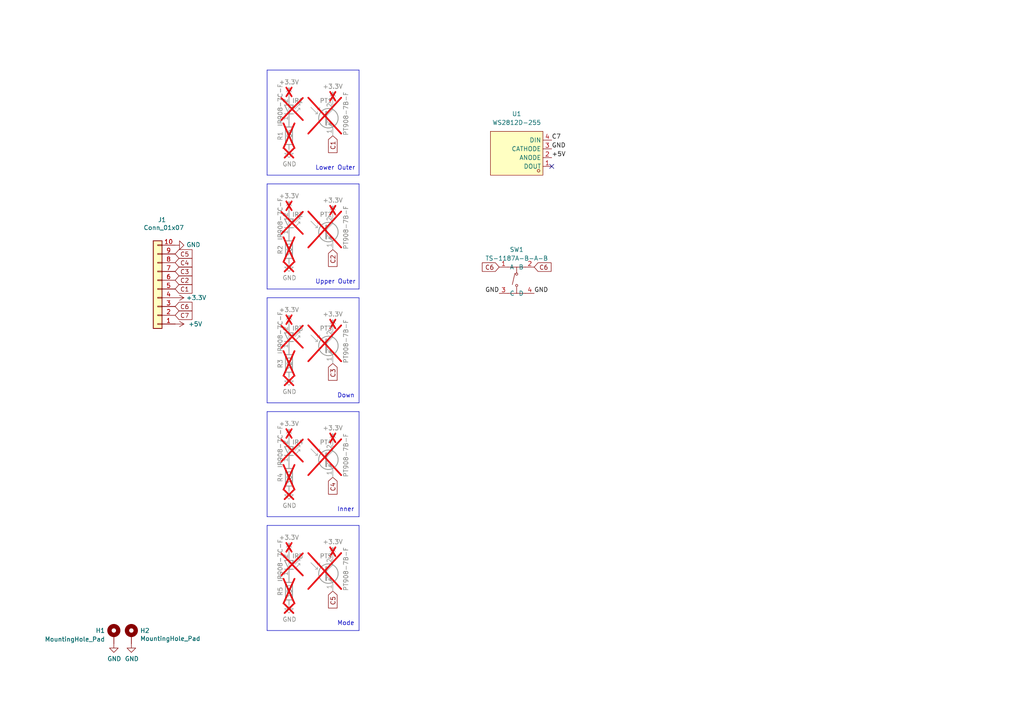
<source format=kicad_sch>
(kicad_sch (version 20250114) (generator "eeschema") (generator_version "9.0")
  (paper "A4")
  (lib_symbols
    (symbol "Connector_Generic:Conn_01x10" (pin_names (offset 1.016) (hide yes))
      (property "Reference" "J" (at 0 12.7 0))
      (property "Value" "Conn_01x10" (at 0 -15.24 0))
      (symbol "Conn_01x10_1_1"
        (rectangle (start -1.27 11.43) (end 1.27 -13.97) (stroke (width 0.254)) (fill (type background)))
        (rectangle (start -1.27 10.287) (end 0 10.033) (stroke (width 0.1524)))
        (rectangle (start -1.27 7.747) (end 0 7.493) (stroke (width 0.1524)))
        (rectangle (start -1.27 5.207) (end 0 4.953) (stroke (width 0.1524)))
        (rectangle (start -1.27 2.667) (end 0 2.413) (stroke (width 0.1524)))
        (rectangle (start -1.27 0.127) (end 0 -0.127) (stroke (width 0.1524)))
        (rectangle (start -1.27 -2.413) (end 0 -2.667) (stroke (width 0.1524)))
        (rectangle (start -1.27 -4.953) (end 0 -5.207) (stroke (width 0.1524)))
        (rectangle (start -1.27 -7.493) (end 0 -7.747) (stroke (width 0.1524)))
        (rectangle (start -1.27 -10.033) (end 0 -10.287) (stroke (width 0.1524)))
        (rectangle (start -1.27 -12.573) (end 0 -12.827) (stroke (width 0.1524)))
        (pin passive line (at -5.08 10.16 0) (length 3.81) (name "Pin_1") (number "1"))
        (pin passive line (at -5.08 7.62 0) (length 3.81) (name "Pin_2") (number "2"))
        (pin passive line (at -5.08 5.08 0) (length 3.81) (name "Pin_3") (number "3"))
        (pin passive line (at -5.08 2.54 0) (length 3.81) (name "Pin_4") (number "4"))
        (pin passive line (at -5.08 0 0) (length 3.81) (name "Pin_5") (number "5"))
        (pin passive line (at -5.08 -2.54 0) (length 3.81) (name "Pin_6") (number "6"))
        (pin passive line (at -5.08 -5.08 0) (length 3.81) (name "Pin_7") (number "7"))
        (pin passive line (at -5.08 -7.62 0) (length 3.81) (name "Pin_8") (number "8"))
        (pin passive line (at -5.08 -10.16 0) (length 3.81) (name "Pin_9") (number "9"))
        (pin passive line (at -5.08 -12.7 0) (length 3.81) (name "Pin_10") (number "10"))
      )
    )
    (symbol "Device:R" (pin_numbers (hide yes)) (pin_names (offset 0))
      (property "Reference" "R" (at 2.032 0 90))
      (property "Value" "R" (at 0 0 90))
      (symbol "R_0_1"
        (rectangle (start -1.016 -2.54) (end 1.016 2.54) (stroke (width 0.254)))
      )
      (symbol "R_1_1"
        (pin passive line (at 0 3.81 270) (length 1.27) (name "~") (number "1"))
        (pin passive line (at 0 -3.81 90) (length 1.27) (name "~") (number "2"))
      )
    )
    (symbol "Mechanical:MountingHole_Pad" (pin_numbers (hide yes)) (pin_names (offset 1.016) (hide yes))
      (property "Reference" "H" (at 0 6.35 0))
      (property "Value" "MountingHole_Pad" (at 0 4.445 0))
      (symbol "MountingHole_Pad_0_1"
        (circle (center 0 1.27) (radius 1.27) (stroke (width 1.27)))
      )
      (symbol "MountingHole_Pad_1_1"
        (pin input line (at 0 -2.54 90) (length 2.54) (name "1") (number "1"))
      )
    )
    (symbol "easyeda2kicad:TS-1187A-B-A-B"
      (property "Reference" "SW" (at 0 7.62 0))
      (property "Value" "TS-1187A-B-A-B" (at 0 -10.16 0))
      (symbol "TS-1187A-B-A-B_0_1"
        (polyline (pts (xy -2.54 2.54) (xy 2.54 2.54)))
        (polyline (pts (xy -2.54 -5.08) (xy 2.54 -5.08)))
        (polyline (pts (xy -0.51 0.76) (xy -1.27 -2.54)))
        (polyline (pts (xy 0 0.76) (xy 0 2.54)))
        (circle (center 0 0.51) (radius 0.32))
        (circle (center 0 -2.79) (radius 0.32))
        (polyline (pts (xy 0 -3.3) (xy 0 -5.08)))
        (pin unspecified line (at -5.08 2.54 0) (length 2.54) (name "A") (number "1"))
        (pin unspecified line (at -5.08 -5.08 0) (length 2.54) (name "C") (number "3"))
        (pin unspecified line (at 5.08 2.54 180) (length 2.54) (name "B") (number "2"))
        (pin unspecified line (at 5.08 -5.08 180) (length 2.54) (name "D") (number "4"))
      )
    )
    (symbol "easyeda2kicad:WS2812D-255"
      (property "Reference" "U" (at 0 8.89 0))
      (property "Value" "WS2812D-255" (at 0 -8.89 0))
      (symbol "WS2812D-255_0_1"
        (rectangle (start -7.62 6.35) (end 7.62 -6.35) (fill (type background)))
        (circle (center -6.35 5.08) (radius 0.38))
        (pin unspecified line (at -10.16 3.81 0) (length 2.54) (name "DOUT") (number "1"))
        (pin unspecified line (at -10.16 1.27 0) (length 2.54) (name "ANODE") (number "2"))
        (pin unspecified line (at -10.16 -1.27 0) (length 2.54) (name "CATHODE") (number "3"))
        (pin unspecified line (at -10.16 -3.81 0) (length 2.54) (name "DIN") (number "4"))
      )
    )
    (symbol "lalboard:IR908-7C-F" (pin_names (offset 1.016) (hide yes))
      (property "Reference" "D" (at 1.778 3.048 0))
      (property "Value" "IR908-7C-F" (at -1.016 -2.794 0))
      (symbol "IR908-7C-F_0_1"
        (polyline (pts (xy -2.54 1.27) (xy -2.54 -1.27)) (stroke (width 0.254)))
        (polyline (pts (xy -2.54 0) (xy 0 0)))
        (polyline (pts (xy -2.413 1.651) (xy -0.889 3.175) (xy -0.889 2.667) (xy -0.889 3.175) (xy -1.397 3.175)))
        (polyline (pts (xy -1.143 1.651) (xy 0.381 3.175) (xy 0.381 2.667)))
        (polyline (pts (xy 0 -1.27) (xy 0 1.27) (xy -2.54 0) (xy 0 -1.27)) (stroke (width 0.254)))
        (polyline (pts (xy 0.381 3.175) (xy -0.127 3.175)))
      )
      (symbol "IR908-7C-F_1_1"
        (pin passive line (at -5.08 0 0) (length 2.54) (name "K") (number "1"))
        (pin passive line (at 2.54 0 180) (length 2.54) (name "A") (number "2"))
      )
    )
    (symbol "lalboard:PT908-7B-F" (pin_names (offset 0) (hide yes))
      (property "Reference" "Q" (at 5.08 1.27 0))
      (property "Value" "PT908-7B-F" (at 5.08 -1.27 0))
      (symbol "PT908-7B-F_0_1"
        (polyline (pts (xy -3.81 3.175) (xy -1.905 1.27) (xy -1.905 1.905)))
        (polyline (pts (xy -3.175 4.445) (xy -1.27 2.54) (xy -1.27 3.175)))
        (polyline (pts (xy -1.905 1.27) (xy -2.54 1.27)))
        (polyline (pts (xy -1.27 2.54) (xy -1.905 2.54)))
        (polyline (pts (xy 0.635 1.905) (xy 0.635 -1.905) (xy 0.635 -1.905)) (stroke (width 0.508)))
        (polyline (pts (xy 0.635 0.635) (xy 2.54 2.54)))
        (polyline (pts (xy 0.635 -0.635) (xy 2.54 -2.54) (xy 2.54 -2.54)))
        (circle (center 1.27 0) (radius 2.8194) (stroke (width 0.254)))
        (polyline (pts (xy 1.27 -1.778) (xy 1.778 -1.27) (xy 2.286 -2.286) (xy 1.27 -1.778) (xy 1.27 -1.778)) (fill (type outline)))
      )
      (symbol "PT908-7B-F_1_1"
        (pin passive line (at 2.54 5.08 270) (length 2.54) (name "C") (number "2"))
        (pin passive line (at 2.54 -5.08 90) (length 2.54) (name "E") (number "1"))
      )
    )
    (symbol "power:+3.3V" (power) (pin_names (offset 0))
      (property "Value" "+3.3V" (at 0 3.556 0))
      (symbol "+3.3V_0_1"
        (polyline (pts (xy -0.762 1.27) (xy 0 2.54)))
        (polyline (pts (xy 0 2.54) (xy 0.762 1.27)))
        (polyline (pts (xy 0 0) (xy 0 2.54)))
      )
      (symbol "+3.3V_1_1"
        (pin power_in line (at 0 0 90) (length 0) (hide yes) (name "+3.3V") (number "1"))
      )
    )
    (symbol "power:GND" (power) (pin_names (offset 0))
      (property "Value" "GND" (at 0 -3.81 0))
      (symbol "GND_0_1"
        (polyline (pts (xy 0 0) (xy 0 -1.27) (xy 1.27 -1.27) (xy 0 -2.54) (xy -1.27 -1.27) (xy 0 -1.27)))
      )
      (symbol "GND_1_1"
        (pin power_in line (at 0 0 270) (length 0) (hide yes) (name "GND") (number "1"))
      )
    )
  )
  (text "Upper Outer" (at 91.44 82.55 0) (effects (font (size 1.27 1.27)) (justify left bottom)))
  (text "Down" (at 97.79 115.57 0) (effects (font (size 1.27 1.27)) (justify left bottom)))
  (text "Inner" (at 97.79 148.59 0) (effects (font (size 1.27 1.27)) (justify left bottom)))
  (text "Mode" (at 97.79 181.61 0) (effects (font (size 1.27 1.27)) (justify left bottom)))
  (text "Lower Outer" (at 91.44 49.53 0) (effects (font (size 1.27 1.27)) (justify left bottom)))
  (no_connect (at 160.02 48.26))
  (polyline (pts (xy 104.14 53.34) (xy 104.14 83.82)))
  (polyline (pts (xy 77.47 20.32) (xy 77.47 50.8)))
  (polyline (pts (xy 77.47 86.36) (xy 104.14 86.36)))
  (polyline (pts (xy 77.47 152.4) (xy 77.47 182.88)))
  (polyline (pts (xy 104.14 182.88) (xy 77.47 182.88)))
  (polyline (pts (xy 77.47 20.32) (xy 104.14 20.32)))
  (polyline (pts (xy 104.14 152.4) (xy 104.14 182.88)))
  (polyline (pts (xy 104.14 50.8) (xy 77.47 50.8)))
  (polyline (pts (xy 77.47 53.34) (xy 77.47 83.82)))
  (polyline (pts (xy 104.14 86.36) (xy 104.14 116.84)))
  (polyline (pts (xy 104.14 149.86) (xy 77.47 149.86)))
  (polyline (pts (xy 104.14 116.84) (xy 77.47 116.84)))
  (polyline (pts (xy 77.47 119.38) (xy 104.14 119.38)))
  (polyline (pts (xy 77.47 86.36) (xy 77.47 116.84)))
  (polyline (pts (xy 77.47 119.38) (xy 77.47 149.86)))
  (polyline (pts (xy 104.14 119.38) (xy 104.14 149.86)))
  (polyline (pts (xy 104.14 20.32) (xy 104.14 50.8)))
  (polyline (pts (xy 77.47 152.4) (xy 104.14 152.4)))
  (polyline (pts (xy 77.47 53.34) (xy 104.14 53.34)))
  (polyline (pts (xy 104.14 83.82) (xy 77.47 83.82)))
  (label "+5V" (at 160.02 45.72 0))
  (label "GND" (at 160.02 43.18 0))
  (label "GND" (at 154.94 85.09 0))
  (label "GND" (at 144.78 85.09 180))
  (label "C7" (at 160.02 40.64 0))
  (global_label "C6" (shape input) (at 50.8 88.9 0) (property "Intersheetrefs" "${INTERSHEET_REFS}" (effects (hide yes))))
  (global_label "C5" (shape input) (at 96.52 171.45 270) (property "Intersheetrefs" "${INTERSHEET_REFS}" (effects (hide yes))))
  (global_label "C1" (shape input) (at 96.52 39.37 270) (property "Intersheetrefs" "${INTERSHEET_REFS}" (effects (hide yes))))
  (global_label "C4" (shape input) (at 50.8 76.2 0) (property "Intersheetrefs" "${INTERSHEET_REFS}" (effects (hide yes))))
  (global_label "C3" (shape input) (at 50.8 78.74 0) (property "Intersheetrefs" "${INTERSHEET_REFS}" (effects (hide yes))))
  (global_label "C6" (shape input) (at 154.94 77.47 0) (property "Intersheetrefs" "${INTERSHEET_REFS}" (effects (hide yes))))
  (global_label "C2" (shape input) (at 50.8 81.28 0) (property "Intersheetrefs" "${INTERSHEET_REFS}" (effects (hide yes))))
  (global_label "C5" (shape input) (at 50.8 73.66 0) (property "Intersheetrefs" "${INTERSHEET_REFS}" (effects (hide yes))))
  (global_label "C4" (shape input) (at 96.52 138.43 270) (property "Intersheetrefs" "${INTERSHEET_REFS}" (effects (hide yes))))
  (global_label "C6" (shape input) (at 144.78 77.47 180) (property "Intersheetrefs" "${INTERSHEET_REFS}" (effects (hide yes))))
  (global_label "C7" (shape input) (at 50.8 91.44 0) (property "Intersheetrefs" "${INTERSHEET_REFS}" (effects (hide yes))))
  (global_label "C1" (shape input) (at 50.8 83.82 0) (property "Intersheetrefs" "${INTERSHEET_REFS}" (effects (hide yes))))
  (global_label "C3" (shape input) (at 96.52 105.41 270) (property "Intersheetrefs" "${INTERSHEET_REFS}" (effects (hide yes))))
  (global_label "C2" (shape input) (at 96.52 72.39 270) (property "Intersheetrefs" "${INTERSHEET_REFS}" (effects (hide yes))))
  (symbol (lib_id "Connector_Generic:Conn_01x10") (at 45.72 83.82 180) (unit 1)
    (property "Reference" "J1" (at 46.99 63.754 0))
    (property "Value" "Conn_01x07" (at 47.498 66.04 0))
    (property "Footprint" "Connector_Wuerth:Wuerth_WR-WTB_64801011622_1x10_P1.50mm_Vertical" (effects (hide yes)))
    (property "Description" "Generic connector, single row, 01x10, script generated (kicad-library-utils/schlib/autogen/connector/)" (effects (hide yes)))
  )
  (symbol (lib_id "lalboard:IR908-7C-F") (at 83.82 30.48 270) (mirror x) (unit 1) (dnp yes)
    (property "Reference" "IR1" (at 86.36 29.21 90))
    (property "Value" "IR908-7C-F" (at 81.28 30.48 0))
    (property "Footprint" "lalboard:IR908-7C-F" (effects (hide yes)))
    (property "Datasheet" "https://www.everlight.com/file/ProductFile/201407052136280483.pdf" (effects (hide yes)))
  )
  (symbol (lib_id "lalboard:PT908-7B-F") (at 93.98 34.29 0) (unit 1) (dnp yes)
    (property "Reference" "PT1" (at 92.71 29.21 0) (effects (justify left)))
    (property "Value" "PT908-7B-F" (at 100.33 39.37 90) (effects (justify left)))
    (property "Footprint" "lalboard:PT908-7C-F" (effects (hide yes)))
    (property "Datasheet" "https://www.everlight.com/file/ProductFile/PT908-7B-F.pdf" (effects (hide yes)))
  )
  (symbol (lib_id "Device:R") (at 83.82 39.37 180) (unit 1) (dnp yes)
    (property "Reference" "R1" (at 81.28 38.1 90) (effects (justify left)))
    (property "Value" "56" (at 83.9724 37.4396 90) (effects (justify left)))
    (property "Footprint" "Resistor_SMD:R_0805_2012Metric_Pad1.20x1.40mm_HandSolder" (effects (hide yes)))
  )
  (symbol (lib_id "power:GND") (at 83.82 43.18 0) (unit 1) (dnp yes)
    (property "Reference" "#PWR03" (effects (hide yes)))
    (property "Value" "GND" (at 83.947 47.5742 0))
  )
  (symbol (lib_id "power:GND") (at 50.8 71.12 90) (unit 1)
    (property "Reference" "#PWR01" (effects (hide yes)))
    (property "Value" "GND" (at 54.0512 70.993 90) (effects (justify right)))
  )
  (symbol (lib_id "lalboard:PT908-7B-F") (at 93.98 67.31 0) (unit 1) (dnp yes)
    (property "Reference" "PT2" (at 92.71 62.23 0) (effects (justify left)))
    (property "Value" "PT908-7B-F" (at 100.33 72.39 90) (effects (justify left)))
    (property "Footprint" "lalboard:PT908-7C-F" (effects (hide yes)))
    (property "Datasheet" "https://www.everlight.com/file/ProductFile/PT908-7B-F.pdf" (effects (hide yes)))
  )
  (symbol (lib_id "Device:R") (at 83.82 72.39 180) (unit 1) (dnp yes)
    (property "Reference" "R2" (at 81.28 71.12 90) (effects (justify left)))
    (property "Value" "100" (at 83.9724 70.4596 90) (effects (justify left)))
    (property "Footprint" "Resistor_SMD:R_0805_2012Metric_Pad1.20x1.40mm_HandSolder" (effects (hide yes)))
  )
  (symbol (lib_id "lalboard:IR908-7C-F") (at 83.82 63.5 270) (mirror x) (unit 1) (dnp yes)
    (property "Reference" "IR2" (at 86.36 62.23 90))
    (property "Value" "IR908-7C-F" (at 81.28 63.5 0))
    (property "Footprint" "lalboard:IR908-7C-F" (effects (hide yes)))
    (property "Datasheet" "https://www.everlight.com/file/ProductFile/201407052136280483.pdf" (effects (hide yes)))
  )
  (symbol (lib_id "power:GND") (at 83.82 76.2 0) (unit 1) (dnp yes)
    (property "Reference" "#PWR0102" (effects (hide yes)))
    (property "Value" "GND" (at 83.947 80.5942 0))
  )
  (symbol (lib_id "lalboard:PT908-7B-F") (at 93.98 100.33 0) (unit 1) (dnp yes)
    (property "Reference" "PT3" (at 92.71 95.25 0) (effects (justify left)))
    (property "Value" "PT908-7B-F" (at 100.33 105.41 90) (effects (justify left)))
    (property "Footprint" "lalboard:PT908-7C-F" (effects (hide yes)))
    (property "Datasheet" "https://www.everlight.com/file/ProductFile/PT908-7B-F.pdf" (effects (hide yes)))
  )
  (symbol (lib_id "Device:R") (at 83.82 105.41 180) (unit 1) (dnp yes)
    (property "Reference" "R3" (at 81.28 104.14 90) (effects (justify left)))
    (property "Value" "120" (at 83.9724 103.4796 90) (effects (justify left)))
    (property "Footprint" "Resistor_SMD:R_0805_2012Metric_Pad1.20x1.40mm_HandSolder" (effects (hide yes)))
  )
  (symbol (lib_id "lalboard:IR908-7C-F") (at 83.82 96.52 270) (mirror x) (unit 1) (dnp yes)
    (property "Reference" "IR3" (at 86.36 95.25 90))
    (property "Value" "IR908-7C-F" (at 81.28 96.52 0))
    (property "Footprint" "lalboard:IR908-7C-F" (effects (hide yes)))
    (property "Datasheet" "https://www.everlight.com/file/ProductFile/201407052136280483.pdf" (effects (hide yes)))
  )
  (symbol (lib_id "power:GND") (at 83.82 109.22 0) (unit 1) (dnp yes)
    (property "Reference" "#PWR0105" (effects (hide yes)))
    (property "Value" "GND" (at 83.947 113.6142 0))
  )
  (symbol (lib_id "lalboard:PT908-7B-F") (at 93.98 133.35 0) (unit 1) (dnp yes)
    (property "Reference" "PT4" (at 92.71 128.27 0) (effects (justify left)))
    (property "Value" "PT908-7B-F" (at 100.33 138.43 90) (effects (justify left)))
    (property "Footprint" "lalboard:PT908-7C-F" (effects (hide yes)))
    (property "Datasheet" "https://www.everlight.com/file/ProductFile/PT908-7B-F.pdf" (effects (hide yes)))
  )
  (symbol (lib_id "Device:R") (at 83.82 138.43 180) (unit 1) (dnp yes)
    (property "Reference" "R4" (at 81.28 137.16 90) (effects (justify left)))
    (property "Value" "180" (at 83.9724 136.4996 90) (effects (justify left)))
    (property "Footprint" "Resistor_SMD:R_0805_2012Metric_Pad1.20x1.40mm_HandSolder" (effects (hide yes)))
  )
  (symbol (lib_id "lalboard:IR908-7C-F") (at 83.82 129.54 270) (mirror x) (unit 1) (dnp yes)
    (property "Reference" "IR4" (at 86.36 128.27 90))
    (property "Value" "IR908-7C-F" (at 81.28 129.54 0))
    (property "Footprint" "lalboard:IR908-7C-F" (effects (hide yes)))
    (property "Datasheet" "https://www.everlight.com/file/ProductFile/201407052136280483.pdf" (effects (hide yes)))
  )
  (symbol (lib_id "power:GND") (at 83.82 142.24 0) (unit 1) (dnp yes)
    (property "Reference" "#PWR0108" (effects (hide yes)))
    (property "Value" "GND" (at 83.947 146.6342 0))
  )
  (symbol (lib_id "lalboard:PT908-7B-F") (at 93.98 166.37 0) (unit 1) (dnp yes)
    (property "Reference" "PT5" (at 92.71 161.29 0) (effects (justify left)))
    (property "Value" "PT908-7B-F" (at 100.33 171.45 90) (effects (justify left)))
    (property "Footprint" "lalboard:PT908-7C-F" (effects (hide yes)))
    (property "Datasheet" "https://www.everlight.com/file/ProductFile/PT908-7B-F.pdf" (effects (hide yes)))
  )
  (symbol (lib_id "Device:R") (at 83.82 171.45 180) (unit 1) (dnp yes)
    (property "Reference" "R5" (at 81.28 170.18 90) (effects (justify left)))
    (property "Value" "150" (at 83.9724 169.5196 90) (effects (justify left)))
    (property "Footprint" "Resistor_SMD:R_0805_2012Metric_Pad1.20x1.40mm_HandSolder" (effects (hide yes)))
  )
  (symbol (lib_id "lalboard:IR908-7C-F") (at 83.82 162.56 270) (mirror x) (unit 1) (dnp yes)
    (property "Reference" "IR5" (at 86.36 161.29 90))
    (property "Value" "IR908-7C-F" (at 81.28 162.56 0))
    (property "Footprint" "lalboard:IR908-7C-F" (effects (hide yes)))
    (property "Datasheet" "https://www.everlight.com/file/ProductFile/201407052136280483.pdf" (effects (hide yes)))
  )
  (symbol (lib_id "power:GND") (at 83.82 175.26 0) (unit 1) (dnp yes)
    (property "Reference" "#PWR0111" (effects (hide yes)))
    (property "Value" "GND" (at 83.947 179.6542 0))
  )
  (symbol (lib_id "power:GND") (at 38.1 186.69 0) (unit 1)
    (property "Reference" "#PWR0113" (effects (hide yes)))
    (property "Value" "GND" (at 38.227 191.0842 0))
  )
  (symbol (lib_id "power:GND") (at 33.02 186.69 0) (unit 1)
    (property "Reference" "#PWR0114" (effects (hide yes)))
    (property "Value" "GND" (at 33.147 191.0842 0))
  )
  (symbol (lib_id "Mechanical:MountingHole_Pad") (at 38.1 184.15 0) (unit 1)
    (property "Reference" "H2" (at 40.64 182.9054 0) (effects (justify left)))
    (property "Value" "MountingHole_Pad" (at 40.64 185.2168 0) (effects (justify left)))
    (property "Footprint" "MountingHole:MountingHole_2.2mm_M2_DIN965_Pad" (effects (hide yes)))
  )
  (symbol (lib_id "Mechanical:MountingHole_Pad") (at 33.02 184.15 0) (unit 1)
    (property "Reference" "H1" (at 30.48 182.88 0) (effects (justify right)))
    (property "Value" "MountingHole_Pad" (at 30.48 185.42 0) (effects (justify right)))
    (property "Footprint" "MountingHole:MountingHole_2.2mm_M2_DIN965_Pad" (effects (hide yes)))
  )
  (symbol (lib_id "power:+3.3V") (at 96.52 95.25 0) (unit 1) (dnp yes)
    (property "Reference" "#PWR09" (effects (hide yes)))
    (property "Value" "+3.3V" (at 96.52 91.1169 0))
  )
  (symbol (lib_id "power:+3.3V") (at 83.82 27.94 0) (unit 1) (dnp yes)
    (property "Reference" "#PWR04" (effects (hide yes)))
    (property "Value" "+3.3V" (at 83.82 23.8069 0))
  )
  (symbol (lib_id "power:+3.3V") (at 96.52 29.21 0) (unit 1) (dnp yes)
    (property "Reference" "#PWR05" (effects (hide yes)))
    (property "Value" "+3.3V" (at 96.52 25.0769 0))
  )
  (symbol (lib_id "power:+3.3V") (at 83.82 127 0) (unit 1) (dnp yes)
    (property "Reference" "#PWR010" (effects (hide yes)))
    (property "Value" "+3.3V" (at 83.82 122.8669 0))
  )
  (symbol (lib_id "power:+3.3V") (at 50.8 93.98 270) (unit 1)
    (property "Reference" "#PWR014" (effects (hide yes)))
    (property "Value" "+5V" (at 54.61 93.9799 90) (effects (justify left)))
  )
  (symbol (lib_id "power:+3.3V") (at 83.82 93.98 0) (unit 1) (dnp yes)
    (property "Reference" "#PWR08" (effects (hide yes)))
    (property "Value" "+3.3V" (at 83.82 89.8469 0))
  )
  (symbol (lib_id "easyeda2kicad:WS2812D-255") (at 149.86 44.45 180) (unit 1)
    (property "Reference" "U1" (at 149.86 33.02 0))
    (property "Value" "WS2812D-255" (at 149.86 35.56 0))
    (property "Footprint" "easyeda2kicad:LED-TH_4P-L5.0-W2.5-P1.27_WS2812D-255" (effects (hide yes)))
    (property "LCSC Part" "C4154874" (effects (hide yes)))
  )
  (symbol (lib_id "easyeda2kicad:TS-1187A-B-A-B") (at 149.86 80.01 0) (unit 1)
    (property "Reference" "SW1" (at 149.86 72.39 0))
    (property "Value" "TS-1187A-B-A-B" (at 149.86 74.93 0))
    (property "Footprint" "easyeda2kicad:SW-SMD_4P-L5.1-W5.1-P3.70-LS6.5-TL_H1.5" (effects (hide yes)))
    (property "Datasheet" "https://lcsc.com/product-detail/Tactile-Switches_XKB-Enterprise-TS-1187-B-A-A_C318884.html" (effects (hide yes)))
    (property "LCSC Part" "C318884" (effects (hide yes)))
  )
  (symbol (lib_id "power:+3.3V") (at 83.82 60.96 0) (unit 1) (dnp yes)
    (property "Reference" "#PWR06" (effects (hide yes)))
    (property "Value" "+3.3V" (at 83.82 56.8269 0))
  )
  (symbol (lib_id "power:+3.3V") (at 96.52 128.27 0) (unit 1) (dnp yes)
    (property "Reference" "#PWR011" (effects (hide yes)))
    (property "Value" "+3.3V" (at 96.52 124.1369 0))
  )
  (symbol (lib_id "power:+3.3V") (at 50.8 86.36 270) (unit 1)
    (property "Reference" "#PWR02" (effects (hide yes)))
    (property "Value" "+3.3V" (at 53.975 86.36 90) (effects (justify left)))
  )
  (symbol (lib_id "power:+3.3V") (at 83.82 160.02 0) (unit 1) (dnp yes)
    (property "Reference" "#PWR012" (effects (hide yes)))
    (property "Value" "+3.3V" (at 83.82 155.8869 0))
  )
  (symbol (lib_id "power:+3.3V") (at 96.52 62.23 0) (unit 1) (dnp yes)
    (property "Reference" "#PWR07" (effects (hide yes)))
    (property "Value" "+3.3V" (at 96.52 58.0969 0))
  )
  (symbol (lib_id "power:+3.3V") (at 96.52 161.29 0) (unit 1) (dnp yes)
    (property "Reference" "#PWR013" (effects (hide yes)))
    (property "Value" "+3.3V" (at 96.52 157.1569 0))
  )
)
</source>
